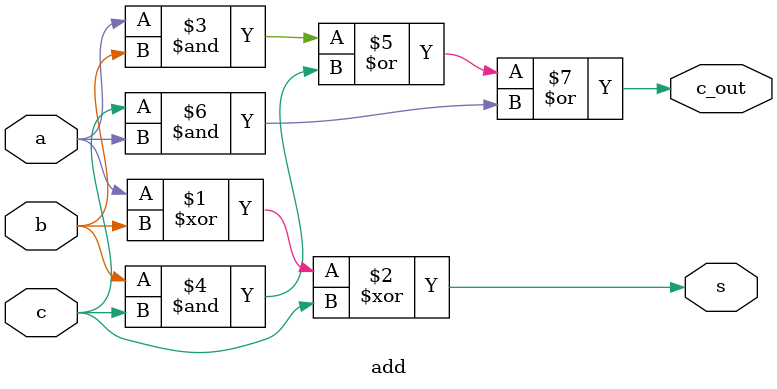
<source format=v>

module add4(c_out,s,a,b,c_in);
  input [3:0]a,b;
  input c_in;
  output [3:0]s;
  output c_out;
  wire [2:0]c;
  
  add B0(c[0],s[0],a[0],b[0],c_in);
  add B1(c[1],s[1],a[1],b[1],c[0]);
  add B2(c[2],s[2],a[2],b[2],c[1]);
  add B3(c_out,s[3],a[2],b[2],c[2]);
  
endmodule

//full adder module
module add(c_out,s,a,b,c);
input a,b,c;
output s,c_out;

assign s=a^b^c;
assign c_out=(a&b)|(b&c)|(c&a);
endmodule



  
  

</source>
